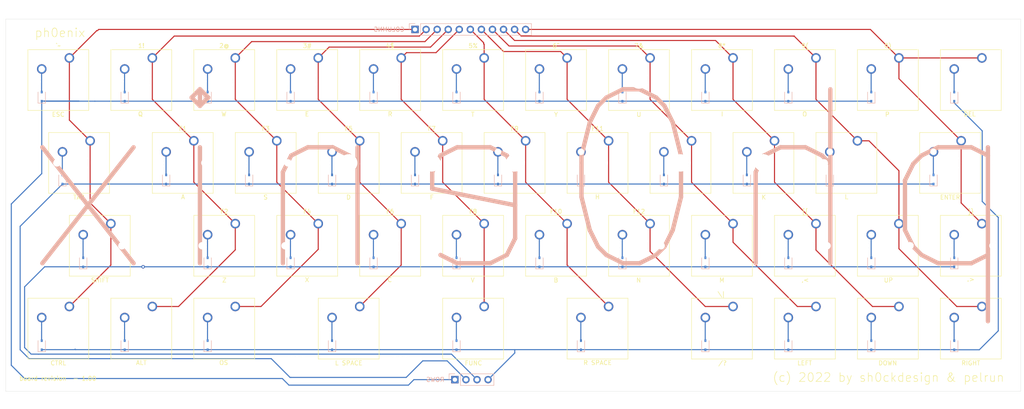
<source format=kicad_pcb>
(kicad_pcb (version 20211014) (generator pcbnew)
  (layers (0 "F.Cu" signal) (31 "B.Cu" signal) (34 "B.Paste" user) (35 "F.Paste" user) (36 "B.SilkS" user "B.Silkscreen") (37 "F.SilkS" user "F.Silkscreen") (38 "B.Mask" user) (39 "F.Mask" user) (44 "Edge.Cuts" user))
  (net 0 "")
  (net 1 "/Row_0")
  (net 2 "/Row_1")
  (net 3 "/Row_2")
  (net 4 "/Row_3")
  (net 5 "/Col_0")
  (net 6 "/Col_1")
  (net 7 "/Col_2")
  (net 8 "/Col_3")
  (net 9 "/Col_4")
  (net 10 "/Col_5")
  (net 11 "/Col_6")
  (net 12 "/Col_7")
  (net 13 "/Col_8")
  (net 14 "/Col_9")
  (net 15 "/Col_10")
  (net 16 "Net-(D0-Pad2)")
  (net 17 "Net-(D1-Pad2)")
  (net 18 "Net-(D2-Pad2)")
  (net 19 "Net-(D3-Pad2)")
  (net 20 "Net-(D4-Pad2)")
  (net 21 "Net-(D5-Pad2)")
  (net 22 "Net-(D6-Pad2)")
  (net 23 "Net-(D7-Pad2)")
  (net 24 "Net-(D8-Pad2)")
  (net 25 "Net-(D9-Pad2)")
  (net 26 "Net-(D10-Pad2)")
  (net 27 "Net-(D11-Pad2)")
  (net 28 "Net-(D12-Pad2)")
  (net 29 "Net-(D13-Pad2)")
  (net 30 "Net-(D14-Pad2)")
  (net 31 "Net-(D15-Pad2)")
  (net 32 "Net-(D16-Pad2)")
  (net 33 "Net-(D17-Pad2)")
  (net 34 "Net-(D18-Pad2)")
  (net 35 "Net-(D19-Pad2)")
  (net 36 "Net-(D20-Pad2)")
  (net 37 "Net-(D21-Pad2)")
  (net 38 "Net-(D22-Pad2)")
  (net 39 "Net-(D23-Pad2)")
  (net 40 "Net-(D24-Pad2)")
  (net 41 "Net-(D25-Pad2)")
  (net 42 "Net-(D26-Pad2)")
  (net 43 "Net-(D27-Pad2)")
  (net 44 "Net-(D28-Pad2)")
  (net 45 "Net-(D29-Pad2)")
  (net 46 "Net-(D30-Pad2)")
  (net 47 "Net-(D31-Pad2)")
  (net 48 "Net-(D32-Pad2)")
  (net 49 "Net-(D33-Pad2)")
  (net 50 "Net-(D34-Pad2)")
  (net 51 "Net-(D35-Pad2)")
  (net 52 "Net-(D36-Pad2)")
  (net 53 "Net-(D37-Pad2)")
  (net 54 "Net-(D38-Pad2)")
  (net 55 "Net-(D39-Pad2)")
  (net 56 "Net-(D40-Pad2)")
  (net 57 "Net-(D41-Pad2)")
  (net 58 "Net-(D42-Pad2)")
  (net 59 "Net-(D43-Pad2)")
  (footprint "Button_Switch_Keyboard:SW_Cherry_MX_1.00u_PCB" (layer "F.Cu") (at 109.855 119.84)
    (fp_text reference "`~")
    (fp_text value "KEYSW")
  )
  (footprint "MountingHole:MountingHole_3.2mm_M3_DIN965" (layer "F.Cu") (at 99.07 143.13)
    (fp_text reference "H2" hide)
    (fp_text value "MountingHole")
  )
  (footprint "MountingHole:MountingHole_3.2mm_M3_DIN965" (layer "F.Cu") (at 323.95 144.28)
    (fp_text reference "H1" hide)
    (fp_text value "MountingHole")
  )
  (footprint "Button_Switch_Keyboard:SW_Cherry_MX_1.00u_PCB" (layer "F.Cu") (at 128.905 119.84)
    (fp_text reference "1!")
    (fp_text value "KEYSW")
  )
  (footprint "Button_Switch_Keyboard:SW_Cherry_MX_1.00u_PCB" (layer "F.Cu") (at 319.405 119.84)
    (fp_text reference "DEL")
    (fp_text value "KEYSW")
  )
  (footprint "Button_Switch_Keyboard:SW_Cherry_MX_1.00u_PCB" (layer "F.Cu") (at 195.58 138.89)
    (fp_text reference "F7")
    (fp_text value "KEYSW")
  )
  (footprint "Button_Switch_Keyboard:SW_Cherry_MX_1.00u_PCB" (layer "F.Cu") (at 252.73 138.89)
    (fp_text reference "J")
    (fp_text value "KEYSW")
  )
  (footprint "Button_Switch_Keyboard:SW_Cherry_MX_1.00u_PCB" (layer "F.Cu") (at 300.355 157.94)
    (fp_text reference "UP")
    (fp_text value "KEYSW")
  )
  (footprint "Button_Switch_Keyboard:SW_Cherry_MX_1.00u_PCB" (layer "F.Cu") (at 300.355 119.84)
    (fp_text reference "0)")
    (fp_text value "KEYSW")
  )
  (footprint "Button_Switch_Keyboard:SW_Cherry_MX_1.00u_PCB" (layer "F.Cu") (at 186.055 119.84)
    (fp_text reference "4$")
    (fp_text value "KEYSW")
  )
  (footprint "Button_Switch_Keyboard:SW_Cherry_MX_1.00u_PCB" (layer "F.Cu") (at 262.255 157.94)
    (fp_text reference "M")
    (fp_text value "KEYSW")
  )
  (footprint "Button_Switch_Keyboard:SW_Cherry_MX_1.00u_PCB" (layer "F.Cu") (at 205.105 157.94)
    (fp_text reference "F8")
    (fp_text value "KEYSW")
  )
  (footprint "Button_Switch_Keyboard:SW_Cherry_MX_1.00u_PCB" (layer "F.Cu") (at 271.78 138.89)
    (fp_text reference "K")
    (fp_text value "KEYSW")
  )
  (footprint "Button_Switch_Keyboard:SW_Cherry_MX_2.00u_PCB" (layer "F.Cu") (at 233.68 176.99)
    (fp_text reference "R SPACE")
    (fp_text value "KEYSW")
  )
  (footprint "Button_Switch_Keyboard:SW_Cherry_MX_1.00u_PCB" (layer "F.Cu") (at 281.305 119.84)
    (fp_text reference "9(")
    (fp_text value "KEYSW")
  )
  (footprint "Button_Switch_Keyboard:SW_Cherry_MX_1.00u_PCB" (layer "F.Cu") (at 233.68 138.89)
    (fp_text reference "F11")
    (fp_text value "KEYSW")
  )
  (footprint "Button_Switch_Keyboard:SW_Cherry_MX_1.00u_PCB" (layer "F.Cu") (at 176.53 138.89)
    (fp_text reference "F5")
    (fp_text value "KEYSW")
  )
  (footprint "Button_Switch_Keyboard:SW_Cherry_MX_1.00u_PCB" (layer "F.Cu") (at 138.43 138.89)
    (fp_text reference "F1")
    (fp_text value "KEYSW")
  )
  (footprint "Button_Switch_Keyboard:SW_Cherry_MX_1.50u_PCB" (layer "F.Cu") (at 114.6175 138.89)
    (fp_text reference "TAB")
    (fp_text value "KEYSW")
  )
  (footprint "Button_Switch_Keyboard:SW_Cherry_MX_1.00u_PCB" (layer "F.Cu") (at 186.055 157.94)
    (fp_text reference "F6")
    (fp_text value "KEYSW")
  )
  (footprint "Button_Switch_Keyboard:SW_Cherry_MX_1.00u_PCB" (layer "F.Cu") (at 281.305 176.99)
    (fp_text reference "LEFT")
    (fp_text value "KEYSW")
  )
  (footprint "Button_Switch_Keyboard:SW_Cherry_MX_1.00u_PCB" (layer "F.Cu") (at 147.955 119.84)
    (fp_text reference "2@")
    (fp_text value "KEYSW")
  )
  (footprint "Button_Switch_Keyboard:SW_Cherry_MX_1.00u_PCB" (layer "F.Cu") (at 167.005 119.84)
    (fp_text reference "3#")
    (fp_text value "KEYSW")
  )
  (footprint "Button_Switch_Keyboard:SW_Cherry_MX_1.00u_PCB" (layer "F.Cu") (at 214.63 138.89)
    (fp_text reference "F9")
    (fp_text value "KEYSW")
  )
  (footprint "Button_Switch_Keyboard:SW_Cherry_MX_1.00u_PCB" (layer "F.Cu") (at 147.955 157.94)
    (fp_text reference "F2")
    (fp_text value "KEYSW")
  )
  (footprint "Button_Switch_Keyboard:SW_Cherry_MX_1.00u_PCB" (layer "F.Cu") (at 290.83 138.89)
    (fp_text reference "L")
    (fp_text value "KEYSW")
  )
  (footprint "Button_Switch_Keyboard:SW_Cherry_MX_1.00u_PCB" (layer "F.Cu") (at 157.48 138.89)
    (fp_text reference "F3")
    (fp_text value "KEYSW")
  )
  (footprint "Button_Switch_Keyboard:SW_Cherry_MX_2.00u_PCB" (layer "F.Cu") (at 119.38 157.94)
    (fp_text reference "SHIFT")
    (fp_text value "KEYSW")
  )
  (footprint "Button_Switch_Keyboard:SW_Cherry_MX_1.00u_PCB" (layer "F.Cu") (at 243.205 119.84)
    (fp_text reference "7&")
    (fp_text value "KEYSW")
  )
  (footprint "Button_Switch_Keyboard:SW_Cherry_MX_1.00u_PCB" (layer "F.Cu") (at 224.155 157.94)
    (fp_text reference "F10")
    (fp_text value "KEYSW")
  )
  (footprint "Button_Switch_Keyboard:SW_Cherry_MX_1.00u_PCB" (layer "F.Cu") (at 319.405 176.99)
    (fp_text reference "RIGHT")
    (fp_text value "KEYSW")
  )
  (footprint "Button_Switch_Keyboard:SW_Cherry_MX_1.00u_PCB" (layer "F.Cu") (at 262.255 119.84)
    (fp_text reference "8*")
    (fp_text value "KEYSW")
  )
  (footprint "Button_Switch_Keyboard:SW_Cherry_MX_1.00u_PCB" (layer "F.Cu") (at 319.405 157.94)
    (fp_text reference "]}")
    (fp_text value "KEYSW")
  )
  (footprint "Button_Switch_Keyboard:SW_Cherry_MX_1.00u_PCB" (layer "F.Cu") (at 205.105 119.84)
    (fp_text reference "5%")
    (fp_text value "KEYSW")
  )
  (footprint "Button_Switch_Keyboard:SW_Cherry_MX_1.00u_PCB" (layer "F.Cu") (at 167.005 157.94)
    (fp_text reference "F4")
    (fp_text value "KEYSW")
  )
  (footprint "Button_Switch_Keyboard:SW_Cherry_MX_1.00u_PCB" (layer "F.Cu") (at 147.955 176.99)
    (fp_text reference "OS")
    (fp_text value "KEYSW")
  )
  (footprint "Button_Switch_Keyboard:SW_Cherry_MX_1.50u_PCB" (layer "F.Cu") (at 314.6425 138.89)
    (fp_text reference "ENTER")
    (fp_text value "KEYSW")
  )
  (footprint "Button_Switch_Keyboard:SW_Cherry_MX_1.00u_PCB" (layer "F.Cu") (at 243.205 157.94)
    (fp_text reference "F12")
    (fp_text value "KEYSW")
  )
  (footprint "Button_Switch_Keyboard:SW_Cherry_MX_1.00u_PCB" (layer "F.Cu") (at 281.305 157.94)
    (fp_text reference "[{")
    (fp_text value "KEYSW")
  )
  (footprint "Button_Switch_Keyboard:SW_Cherry_MX_1.00u_PCB" (layer "F.Cu") (at 205.105 176.99)
    (fp_text reference "FUNC")
    (fp_text value "KEYSW")
  )
  (footprint "Button_Switch_Keyboard:SW_Cherry_MX_1.00u_PCB" (layer "F.Cu") (at 262.255 176.99)
    (fp_text reference "\\|")
    (fp_text value "KEYSW")
  )
  (footprint "Button_Switch_Keyboard:SW_Cherry_MX_1.00u_PCB" (layer "F.Cu") (at 300.355 176.99)
    (fp_text reference "DOWN")
    (fp_text value "KEYSW")
  )
  (footprint "Button_Switch_Keyboard:SW_Cherry_MX_1.00u_PCB" (layer "F.Cu") (at 109.855 176.99)
    (fp_text reference "CTRL")
    (fp_text value "KEYSW")
  )
  (footprint "Button_Switch_Keyboard:SW_Cherry_MX_2.00u_PCB" (layer "F.Cu") (at 176.53 176.99)
    (fp_text reference "L SPACE")
    (fp_text value "KEYSW")
  )
  (footprint "Button_Switch_Keyboard:SW_Cherry_MX_1.00u_PCB" (layer "F.Cu") (at 128.905 176.99)
    (fp_text reference "ALT")
    (fp_text value "KEYSW")
  )
  (footprint "Button_Switch_Keyboard:SW_Cherry_MX_1.00u_PCB" (layer "F.Cu") (at 224.155 119.84)
    (fp_text reference "6^")
    (fp_text value "KEYSW")
  )
  (footprint "Diode_SMD:D_SOD-323" (layer "B.Cu") (at 103.505 128.73 90)
    (fp_text reference locked "D0" hide)
    (fp_text value "D")
  )
  (footprint "Diode_SMD:D_SOD-323" (layer "B.Cu") (at 208.28 147.78 90)
    (fp_text reference "D17" hide)
    (fp_text value "D")
  )
  (footprint "Diode_SMD:D_SOD-323" (layer "B.Cu") (at 141.605 128.73 90)
    (fp_text reference "D2" hide)
    (fp_text value "D")
  )
  (footprint "Diode_SMD:D_SOD-323" (layer "B.Cu") (at 103.505 185.88 90)
    (fp_text reference locked "D34" hide)
    (fp_text value "D")
  )
  (footprint "Diode_SMD:D_SOD-323" (layer "B.Cu") (at 274.955 166.83 90)
    (fp_text reference "D31" hide)
    (fp_text value "D")
  )
  (footprint "Diode_SMD:D_SOD-323" (layer "B.Cu") (at 274.955 185.88 90)
    (fp_text reference "D41" hide)
    (fp_text value "D")
  )
  (footprint "Diode_SMD:D_SOD-323" (layer "B.Cu") (at 227.33 185.88 90)
    (fp_text reference "D39" hide)
    (fp_text value "D")
  )
  (footprint "Diode_SMD:D_SOD-323" (layer "B.Cu") (at 236.855 128.73 90)
    (fp_text reference "D7" hide)
    (fp_text value "D")
  )
  (footprint "Diode_SMD:D_SOD-323" (layer "B.Cu") (at 122.555 185.88 90)
    (fp_text reference "D35" hide)
    (fp_text value "D")
  )
  (footprint "Connector_PinHeader_2.54mm:PinHeader_1x04_P2.54mm_Vertical" (layer "B.Cu") (at 198.384 193.802 -90)
    (fp_text reference "ROWS")
    (fp_text value "Conn_01x04_Male")
  )
  (footprint "Diode_SMD:D_SOD-323" (layer "B.Cu") (at 198.755 166.83 90)
    (fp_text reference "D27" hide)
    (fp_text value "D")
  )
  (footprint "Diode_SMD:D_SOD-323" (layer "B.Cu") (at 284.48 147.78 90)
    (fp_text reference "D21" hide)
    (fp_text value "D")
  )
  (footprint "Diode_SMD:D_SOD-323" (layer "B.Cu") (at 227.33 147.78 90)
    (fp_text reference "D18" hide)
    (fp_text value "D")
  )
  (footprint "Diode_SMD:D_SOD-323" (layer "B.Cu") (at 255.905 185.88 90)
    (fp_text reference "D40" hide)
    (fp_text value "D")
  )
  (footprint "Diode_SMD:D_SOD-323" (layer "B.Cu") (at 313.055 166.83 90)
    (fp_text reference "D33" hide)
    (fp_text value "D")
  )
  (footprint "Diode_SMD:D_SOD-323" (layer "B.Cu") (at 170.18 185.88 90)
    (fp_text reference "D37" hide)
    (fp_text value "D")
  )
  (footprint "Diode_SMD:D_SOD-323" (layer "B.Cu") (at 294.005 166.83 90)
    (fp_text reference "D32" hide)
    (fp_text value "D")
  )
  (footprint "Diode_SMD:D_SOD-323" (layer "B.Cu") (at 198.755 128.73 90)
    (fp_text reference "D5" hide)
    (fp_text value "D")
  )
  (footprint "Diode_SMD:D_SOD-323" (layer "B.Cu") (at 217.805 128.73 90)
    (fp_text reference "D6" hide)
    (fp_text value "D")
  )
  (footprint "Diode_SMD:D_SOD-323" (layer "B.Cu") (at 236.855 166.83 90)
    (fp_text reference "D29" hide)
    (fp_text value "D")
  )
  (footprint "Diode_SMD:D_SOD-323" (layer "B.Cu") (at 255.905 128.73 90)
    (fp_text reference "D8" hide)
    (fp_text value "D")
  )
  (footprint "Connector_PinHeader_2.54mm:PinHeader_1x11_P2.54mm_Vertical" (layer "B.Cu") (at 189.23 113.284 -90)
    (fp_text reference "COLUMNS")
    (fp_text value "Conn_01x11_Male")
  )
  (footprint "Diode_SMD:D_SOD-323" (layer "B.Cu") (at 294.005 128.73 90)
    (fp_text reference "D10" hide)
    (fp_text value "D")
  )
  (footprint "Diode_SMD:D_SOD-323" (layer "B.Cu") (at 160.655 166.83 90)
    (fp_text reference "D25" hide)
    (fp_text value "D")
  )
  (footprint "Diode_SMD:D_SOD-323" (layer "B.Cu") (at 179.705 128.73 90)
    (fp_text reference "D4" hide)
    (fp_text value "D")
  )
  (footprint "Diode_SMD:D_SOD-323" (layer "B.Cu") (at 294.005 185.88 90)
    (fp_text reference "D42" hide)
    (fp_text value "D")
  )
  (footprint "Diode_SMD:D_SOD-323" (layer "B.Cu") (at 308.2925 147.78 90)
    (fp_text reference "D22" hide)
    (fp_text value "D")
  )
  (footprint "Diode_SMD:D_SOD-323" (layer "B.Cu") (at 108.2675 147.78 90)
    (fp_text reference "D12" hide)
    (fp_text value "D")
  )
  (footprint "Diode_SMD:D_SOD-323" (layer "B.Cu") (at 217.805 166.83 90)
    (fp_text reference "D28" hide)
    (fp_text value "D")
  )
  (footprint "Diode_SMD:D_SOD-323" (layer "B.Cu") (at 160.655 128.73 90)
    (fp_text reference "D3" hide)
    (fp_text value "D")
  )
  (footprint "Diode_SMD:D_SOD-323" (layer "B.Cu") (at 151.13 147.78 90)
    (fp_text reference "D14" hide)
    (fp_text value "D")
  )
  (footprint "Diode_SMD:D_SOD-323" (layer "B.Cu") (at 274.955 128.73 90)
    (fp_text reference "D9" hide)
    (fp_text value "D")
  )
  (footprint "Diode_SMD:D_SOD-323" (layer "B.Cu") (at 170.18 147.78 90)
    (fp_text reference "D15" hide)
    (fp_text value "D")
  )
  (footprint "Diode_SMD:D_SOD-323" (layer "B.Cu") (at 132.08 147.78 90)
    (fp_text reference "D13" hide)
    (fp_text value "D")
  )
  (footprint "Diode_SMD:D_SOD-323" (layer "B.Cu") (at 255.905 166.83 90)
    (fp_text reference "D30" hide)
    (fp_text value "D")
  )
  (footprint "Diode_SMD:D_SOD-323" (layer "B.Cu") (at 179.705 166.83 90)
    (fp_text reference "D26" hide)
    (fp_text value "D")
  )
  (footprint "Diode_SMD:D_SOD-323" (layer "B.Cu") (at 113.03 166.83 90)
    (fp_text reference "D23" hide)
    (fp_text value "D")
  )
  (footprint "Diode_SMD:D_SOD-323" (layer "B.Cu") (at 265.43 147.78 90)
    (fp_text reference "D20" hide)
    (fp_text value "D")
  )
  (footprint "Diode_SMD:D_SOD-323" (layer "B.Cu") (at 246.38 147.78 90)
    (fp_text reference "D19" hide)
    (fp_text value "D")
  )
  (footprint "Diode_SMD:D_SOD-323" (layer "B.Cu") (at 313.055 128.73 90)
    (fp_text reference "D11" hide)
    (fp_text value "D")
  )
  (footprint "Diode_SMD:D_SOD-323" (layer "B.Cu") (at 313.055 185.88 90)
    (fp_text reference "D43" hide)
    (fp_text value "D")
  )
  (footprint "Diode_SMD:D_SOD-323" (layer "B.Cu") (at 189.23 147.78 90)
    (fp_text reference "D16" hide)
    (fp_text value "D")
  )
  (footprint "Diode_SMD:D_SOD-323" (layer "B.Cu") (at 141.605 166.83 90)
    (fp_text reference "D24" hide)
    (fp_text value "D")
  )
  (footprint "Diode_SMD:D_SOD-323" (layer "B.Cu") (at 122.555 128.73 90)
    (fp_text reference "D1" hide)
    (fp_text value "D")
  )
  (footprint "Diode_SMD:D_SOD-323" (layer "B.Cu") (at 141.605 185.88 90)
    (fp_text reference "D36" hide)
    (fp_text value "D")
  )
  (footprint "Diode_SMD:D_SOD-323" (layer "B.Cu") (at 198.755 185.88 90)
    (fp_text reference "D38" hide)
    (fp_text value "D")
  )
  (gr_rect (start 95.22 110.89) (end 328.3 196.51) (layer "Edge.Cuts") (width 0.05) (fill none))
  (gr_text "ph0enix" (at 214.122 148.59) (layer "B.SilkS") (effects (font (size 40 40) (thickness 1)) (justify mirror)))
  (gr_text "board revision  - 1.00" (at 107.188 193.548) (layer "F.SilkS") (effects (font (size 1 1))))
  (gr_text "ESC" (at 107.3 132.83) (layer "F.SilkS") (effects (font (size 1 1))))
  (gr_text "G" (at 212.13 151.88) (layer "F.SilkS") (effects (font (size 1 1))))
  (gr_text "Q" (at 126.17 132.76) (layer "F.SilkS") (effects (font (size 1 1))))
  (gr_text "N" (at 240.57 170.94) (layer "F.SilkS") (effects (font (size 1 1))))
  (gr_text "Y" (at 221.61 132.85) (layer "F.SilkS") (effects (font (size 1 1))))
  (gr_text "B" (at 221.59 170.94) (layer "F.SilkS") (effects (font (size 1 1))))
  (gr_text "S" (at 154.91 151.88) (layer "F.SilkS") (effects (font (size 1 1))))
  (gr_text "H" (at 231.12 151.81) (layer "F.SilkS") (effects (font (size 1 1))))
  (gr_text ",<" (at 278.82 170.87) (layer "F.SilkS") (effects (font (size 1 1))))
  (gr_text "W" (at 145.34 132.76) (layer "F.SilkS") (effects (font (size 1 1))))
  (gr_text "A" (at 135.95 151.81) (layer "F.SilkS") (effects (font (size 1 1))))
  (gr_text "E" (at 164.42 132.76) (layer "F.SilkS") (effects (font (size 1 1))))
  (gr_text "ph0enix" (at 107.696 114.046) (layer "F.SilkS") (effects (font (size 2 2))))
  (gr_text "X" (at 164.43 170.87) (layer "F.SilkS") (effects (font (size 1 1))))
  (gr_text "T" (at 202.49 132.83) (layer "F.SilkS") (effects (font (size 1 1))))
  (gr_text "Z" (at 145.45 170.94) (layer "F.SilkS") (effects (font (size 1 1))))
  (gr_text "F" (at 193.08 151.88) (layer "F.SilkS") (effects (font (size 1 1))))
  (gr_text ".>" (at 316.86 170.73) (layer "F.SilkS") (effects (font (size 1 1))))
  (gr_text "U" (at 240.64 132.85) (layer "F.SilkS") (effects (font (size 1 1))))
  (gr_text "P" (at 297.69 132.83) (layer "F.SilkS") (effects (font (size 1 1))))
  (gr_text "(c) 2022 by sh0ckdesign & pelrun" (at 297.942 193.294) (layer "F.SilkS") (effects (font (size 2 2))))
  (gr_text "/?" (at 259.842 189.992) (layer "F.SilkS") (effects (font (size 1 1))))
  (gr_text "C" (at 183.42 170.87) (layer "F.SilkS") (effects (font (size 1 1))))
  (gr_text "V" (at 202.47 170.94) (layer "F.SilkS") (effects (font (size 1 1))))
  (gr_text "R" (at 183.51 132.76) (layer "F.SilkS") (effects (font (size 1 1))))
  (gr_text "I" (at 259.76 132.76) (layer "F.SilkS") (effects (font (size 1 1))))
  (gr_text "D" (at 173.96 151.88) (layer "F.SilkS") (effects (font (size 1 1))))
  (gr_text "O" (at 278.71 132.76) (layer "F.SilkS") (effects (font (size 1 1))))
  (segment (start 104.126 129.78) (end 104.101 129.755) (width 0.25) (layer "B.Cu") (net 1))
  (segment (start 198.384 193.802) (end 188.976 193.802) (width 0.25) (layer "B.Cu") (net 1))
  (segment (start 294.005 129.78) (end 115.7 129.78) (width 0.25) (layer "B.Cu") (net 1))
  (segment (start 115.7 129.78) (end 104.126 129.78) (width 0.25) (layer "B.Cu") (net 1))
  (segment (start 187.706 195.072) (end 160.274 195.072) (width 0.25) (layer "B.Cu") (net 1))
  (segment (start 103.505 146.431) (end 103.505 129.78) (width 0.25) (layer "B.Cu") (net 1))
  (segment (start 160.274 195.072) (end 158.75 193.548) (width 0.25) (layer "B.Cu") (net 1))
  (segment (start 96.52 190.5) (end 96.52 153.416) (width 0.25) (layer "B.Cu") (net 1))
  (segment (start 103.505 129.755) (end 104.101 129.755) (width 0.25) (layer "B.Cu") (net 1))
  (segment (start 188.976 193.802) (end 187.706 195.072) (width 0.25) (layer "B.Cu") (net 1))
  (segment (start 158.75 193.548) (end 99.568 193.548) (width 0.25) (layer "B.Cu") (net 1))
  (segment (start 104.101 129.755) (end 112.053 129.755) (width 0.25) (layer "B.Cu") (net 1))
  (segment (start 96.52 153.416) (end 103.505 146.431) (width 0.25) (layer "B.Cu") (net 1))
  (segment (start 99.568 193.548) (end 96.52 190.5) (width 0.25) (layer "B.Cu") (net 1))
  (segment (start 191.008 189.484) (end 187.198 193.294) (width 0.25) (layer "B.Cu") (net 2))
  (segment (start 208.28 148.83) (end 227.33 148.83) (width 0.25) (layer "B.Cu") (net 2))
  (segment (start 156.21 188.976) (end 160.528 193.294) (width 0.25) (layer "B.Cu") (net 2))
  (segment (start 98.552 186.944) (end 100.584 188.976) (width 0.25) (layer "B.Cu") (net 2))
  (segment (start 170.18 148.83) (end 189.23 148.83) (width 0.25) (layer "B.Cu") (net 2))
  (segment (start 151.13 148.83) (end 170.18 148.83) (width 0.25) (layer "B.Cu") (net 2))
  (segment (start 200.924 193.802) (end 196.606 189.484) (width 0.25) (layer "B.Cu") (net 2))
  (segment (start 189.23 148.83) (end 208.28 148.83) (width 0.25) (layer "B.Cu") (net 2))
  (segment (start 118.858 148.83) (end 151.13 148.83) (width 0.25) (layer "B.Cu") (net 2))
  (segment (start 108.2675 148.83) (end 118.858 148.83) (width 0.25) (layer "B.Cu") (net 2))
  (segment (start 246.38 148.83) (end 265.43 148.83) (width 0.25) (layer "B.Cu") (net 2))
  (segment (start 98.552 158.5455) (end 98.552 186.944) (width 0.25) (layer "B.Cu") (net 2))
  (segment (start 187.198 193.294) (end 160.782 193.294) (width 0.25) (layer "B.Cu") (net 2))
  (segment (start 196.606 189.484) (end 191.008 189.484) (width 0.25) (layer "B.Cu") (net 2))
  (segment (start 100.584 188.976) (end 156.21 188.976) (width 0.25) (layer "B.Cu") (net 2))
  (segment (start 160.528 193.294) (end 160.782 193.294) (width 0.25) (layer "B.Cu") (net 2))
  (segment (start 227.33 148.83) (end 246.38 148.83) (width 0.25) (layer "B.Cu") (net 2))
  (segment (start 284.48 148.83) (end 308.2925 148.83) (width 0.25) (layer "B.Cu") (net 2))
  (segment (start 108.2675 148.83) (end 98.552 158.5455) (width 0.25) (layer "B.Cu") (net 2))
  (segment (start 265.43 148.83) (end 284.48 148.83) (width 0.25) (layer "B.Cu") (net 2))
  (via (at 126.785 167.855) (size 0.8) (drill 0.4) (layers "F.Cu" "B.Cu") (net 3))
  (segment (start 197.597479 187.935479) (end 203.464 193.802) (width 0.25) (layer "B.Cu") (net 3))
  (segment (start 313.055 167.855) (end 104.179 167.855) (width 0.25) (layer "B.Cu") (net 3))
  (segment (start 102.640521 187.935479) (end 102.845479 187.935479) (width 0.25) (layer "B.Cu") (net 3))
  (segment (start 99.568 172.466) (end 99.568 186.436) (width 0.25) (layer "B.Cu") (net 3))
  (segment (start 102.845479 187.935479) (end 197.597479 187.935479) (width 0.25) (layer "B.Cu") (net 3))
  (segment (start 104.179 167.855) (end 99.568 172.466) (width 0.25) (layer "B.Cu") (net 3))
  (segment (start 99.568 186.436) (end 101.067479 187.935479) (width 0.25) (layer "B.Cu") (net 3))
  (segment (start 101.067479 187.935479) (end 102.845479 187.935479) (width 0.25) (layer "B.Cu") (net 3))
  (segment (start 111.291 186.905) (end 212.129 186.905) (width 0.25) (layer "B.Cu") (net 4))
  (segment (start 319.485 136.605) (end 313.055 130.175) (width 0.25) (layer "B.Cu") (net 4))
  (segment (start 212.129 187.677) (end 206.004 193.802) (width 0.25) (layer "B.Cu") (net 4))
  (segment (start 323.169521 182.577214) (end 323.169521 156.520479) (width 0.25) (layer "B.Cu") (net 4))
  (segment (start 319.485 152.835958) (end 323.169521 156.520479) (width 0.25) (layer "B.Cu") (net 4))
  (segment (start 212.129 186.905) (end 313.055 186.905) (width 0.25) (layer "B.Cu") (net 4))
  (segment (start 318.816735 186.93) (end 323.169521 182.577214) (width 0.25) (layer "B.Cu") (net 4))
  (segment (start 103.505 186.905) (end 111.291 186.905) (width 0.25) (layer "B.Cu") (net 4))
  (segment (start 313.055 186.93) (end 318.816735 186.93) (width 0.25) (layer "B.Cu") (net 4))
  (segment (start 111.170479 186.784479) (end 111.291 186.905) (width 0.25) (layer "B.Cu") (net 4))
  (segment (start 319.485 136.605) (end 319.485 152.835958) (width 0.25) (layer "B.Cu") (net 4))
  (segment (start 313.055 130.175) (end 313.055 129.78) (width 0.25) (layer "B.Cu") (net 4))
  (segment (start 212.129 186.905) (end 212.129 187.677) (width 0.25) (layer "B.Cu") (net 4))
  (segment (start 109.855 134.1275) (end 114.6175 138.89) (width 0.25) (layer "F.Cu") (net 5))
  (segment (start 114.6175 138.89) (end 114.6175 153.1775) (width 0.25) (layer "F.Cu") (net 5))
  (segment (start 114.6175 153.1775) (end 119.38 157.94) (width 0.25) (layer "F.Cu") (net 5))
  (segment (start 189.23 113.284) (end 116.586 113.284) (width 0.25) (layer "F.Cu") (net 5))
  (segment (start 116.332 113.538) (end 116.157 113.538) (width 0.25) (layer "F.Cu") (net 5))
  (segment (start 116.157 113.538) (end 109.855 119.84) (width 0.25) (layer "F.Cu") (net 5))
  (segment (start 119.38 167.465) (end 109.855 176.99) (width 0.25) (layer "F.Cu") (net 5))
  (segment (start 119.38 157.94) (end 119.38 167.465) (width 0.25) (layer "F.Cu") (net 5))
  (segment (start 109.855 119.84) (end 109.855 134.1275) (width 0.25) (layer "F.Cu") (net 5))
  (segment (start 116.586 113.284) (end 116.332 113.538) (width 0.25) (layer "F.Cu") (net 5))
  (segment (start 147.955 157.94) (end 147.955 163.957) (width 0.25) (layer "F.Cu") (net 6))
  (segment (start 128.905 119.84) (end 128.905 129.365) (width 0.25) (layer "F.Cu") (net 6))
  (segment (start 147.955 163.957) (end 134.922 176.99) (width 0.25) (layer "F.Cu") (net 6))
  (segment (start 133.937 114.808) (end 128.905 119.84) (width 0.25) (layer "F.Cu") (net 6))
  (segment (start 128.55 119.84) (end 128.905 119.84) (width 0.25) (layer "F.Cu") (net 6))
  (segment (start 190.246 114.808) (end 133.937 114.808) (width 0.25) (layer "F.Cu") (net 6))
  (segment (start 128.905 129.365) (end 138.43 138.89) (width 0.25) (layer "F.Cu") (net 6))
  (segment (start 191.77 113.284) (end 190.246 114.808) (width 0.25) (layer "F.Cu") (net 6))
  (segment (start 134.922 176.99) (end 128.905 176.99) (width 0.25) (layer "F.Cu") (net 6))
  (segment (start 138.43 138.89) (end 138.43 148.415) (width 0.25) (layer "F.Cu") (net 6))
  (segment (start 138.43 148.415) (end 147.955 157.94) (width 0.25) (layer "F.Cu") (net 6))
  (segment (start 167.005 157.94) (end 167.005 163.838081) (width 0.25) (layer "F.Cu") (net 7))
  (segment (start 191.516 116.078) (end 151.717 116.078) (width 0.25) (layer "F.Cu") (net 7))
  (segment (start 157.48 148.415) (end 167.005 157.94) (width 0.25) (layer "F.Cu") (net 7))
  (segment (start 151.717 116.078) (end 147.955 119.84) (width 0.25) (layer "F.Cu") (net 7))
  (segment (start 153.853081 176.99) (end 147.955 176.99) (width 0.25) (layer "F.Cu") (net 7))
  (segment (start 157.48 138.89) (end 157.48 148.415) (width 0.25) (layer "F.Cu") (net 7))
  (segment (start 147.955 119.84) (end 147.955 129.365) (width 0.25) (layer "F.Cu") (net 7))
  (segment (start 194.31 113.284) (end 191.516 116.078) (width 0.25) (layer "F.Cu") (net 7))
  (segment (start 147.955 129.365) (end 157.48 138.89) (width 0.25) (layer "F.Cu") (net 7))
  (segment (start 167.005 163.838081) (end 153.853081 176.99) (width 0.25) (layer "F.Cu") (net 7))
  (segment (start 176.53 148.415) (end 186.055 157.94) (width 0.25) (layer "F.Cu") (net 8))
  (segment (start 186.055 167.465) (end 176.53 176.99) (width 0.25) (layer "F.Cu") (net 8))
  (segment (start 167.005 119.84) (end 167.005 129.365) (width 0.25) (layer "F.Cu") (net 8))
  (segment (start 169.497 117.348) (end 167.005 119.84) (width 0.25) (layer "F.Cu") (net 8))
  (segment (start 186.055 157.94) (end 186.055 167.465) (width 0.25) (layer "F.Cu") (net 8))
  (segment (start 176.53 138.89) (end 176.53 148.415) (width 0.25) (layer "F.Cu") (net 8))
  (segment (start 167.005 129.365) (end 176.53 138.89) (width 0.25) (layer "F.Cu") (net 8))
  (segment (start 192.786 117.348) (end 169.497 117.348) (width 0.25) (layer "F.Cu") (net 8))
  (segment (start 196.85 113.284) (end 192.786 117.348) (width 0.25) (layer "F.Cu") (net 8))
  (segment (start 194.056 118.618) (end 187.277 118.618) (width 0.25) (layer "F.Cu") (net 9))
  (segment (start 186.055 119.84) (end 186.055 129.365) (width 0.25) (layer "F.Cu") (net 9))
  (segment (start 199.39 113.284) (end 194.056 118.618) (width 0.25) (layer "F.Cu") (net 9))
  (segment (start 186.055 129.365) (end 195.58 138.89) (width 0.25) (layer "F.Cu") (net 9))
  (segment (start 195.58 148.415) (end 205.105 157.94) (width 0.25) (layer "F.Cu") (net 9))
  (segment (start 205.105 157.94) (end 205.105 176.99) (width 0.25) (layer "F.Cu") (net 9))
  (segment (start 187.277 118.618) (end 186.055 119.84) (width 0.25) (layer "F.Cu") (net 9))
  (segment (start 195.58 138.89) (end 195.58 148.415) (width 0.25) (layer "F.Cu") (net 9))
  (segment (start 224.155 157.94) (end 224.155 167.465) (width 0.25) (layer "F.Cu") (net 10))
  (segment (start 214.63 138.89) (end 214.63 148.415) (width 0.25) (layer "F.Cu") (net 10))
  (segment (start 204.978 116.332) (end 204.978 116.586) (width 0.25) (layer "F.Cu") (net 10))
  (segment (start 204.978 116.586) (end 205.105 116.713) (width 0.25) (layer "F.Cu") (net 10))
  (segment (start 205.105 116.713) (end 205.105 119.84) (width 0.25) (layer "F.Cu") (net 10))
  (segment (start 201.93 113.284) (end 204.978 116.332) (width 0.25) (layer "F.Cu") (net 10))
  (segment (start 205.105 129.365) (end 214.63 138.89) (width 0.25) (layer "F.Cu") (net 10))
  (segment (start 205.105 119.84) (end 205.105 129.365) (width 0.25) (layer "F.Cu") (net 10))
  (segment (start 214.63 148.415) (end 224.155 157.94) (width 0.25) (layer "F.Cu") (net 10))
  (segment (start 224.155 167.465) (end 233.68 176.99) (width 0.25) (layer "F.Cu") (net 10))
  (segment (start 204.47 113.284) (end 209.55 118.364) (width 0.25) (layer "F.Cu") (net 11))
  (segment (start 224.155 119.84) (end 224.155 129.365) (width 0.25) (layer "F.Cu") (net 11))
  (segment (start 243.205 157.94) (end 243.205 164.3182) (width 0.25) (layer "F.Cu") (net 11))
  (segment (start 233.68 148.415) (end 243.205 157.94) (width 0.25) (layer "F.Cu") (net 11))
  (segment (start 243.205 164.3182) (end 255.8768 176.99) (width 0.25) (layer "F.Cu") (net 11))
  (segment (start 209.55 118.364) (end 222.679 118.364) (width 0.25) (layer "F.Cu") (net 11))
  (segment (start 224.155 129.365) (end 233.68 138.89) (width 0.25) (layer "F.Cu") (net 11))
  (segment (start 255.8768 176.99) (end 262.255 176.99) (width 0.25) (layer "F.Cu") (net 11))
  (segment (start 222.679 118.364) (end 224.155 119.84) (width 0.25) (layer "F.Cu") (net 11))
  (segment (start 233.68 138.89) (end 233.68 148.415) (width 0.25) (layer "F.Cu") (net 11))
  (segment (start 240.459 117.094) (end 243.205 119.84) (width 0.25) (layer "F.Cu") (net 12))
  (segment (start 252.73 138.89) (end 252.73 148.415) (width 0.25) (layer "F.Cu") (net 12))
  (segment (start 252.73 148.415) (end 262.255 157.94) (width 0.25) (layer "F.Cu") (net 12))
  (segment (start 262.255 157.94) (end 262.255 162.211735) (width 0.25) (layer "F.Cu") (net 12))
  (segment (start 243.205 129.365) (end 252.73 138.89) (width 0.25) (layer "F.Cu") (net 12))
  (segment (start 243.205 119.84) (end 243.205 129.365) (width 0.25) (layer "F.Cu") (net 12))
  (segment (start 262.255 162.211735) (end 277.033265 176.99) (width 0.25) (layer "F.Cu") (net 12))
  (segment (start 210.82 117.094) (end 240.459 117.094) (width 0.25) (layer "F.Cu") (net 12))
  (segment (start 277.033265 176.99) (end 281.305 176.99) (width 0.25) (layer "F.Cu") (net 12))
  (segment (start 207.01 113.284) (end 210.82 117.094) (width 0.25) (layer "F.Cu") (net 12))
  (segment (start 258.239 115.824) (end 262.255 119.84) (width 0.25) (layer "F.Cu") (net 13))
  (segment (start 294.2872 176.99) (end 300.355 176.99) (width 0.25) (layer "F.Cu") (net 13))
  (segment (start 212.09 115.824) (end 258.239 115.824) (width 0.25) (layer "F.Cu") (net 13))
  (segment (start 262.255 129.365) (end 271.78 138.89) (width 0.25) (layer "F.Cu") (net 13))
  (segment (start 271.78 138.89) (end 271.78 148.415) (width 0.25) (layer "F.Cu") (net 13))
  (segment (start 209.55 113.284) (end 212.09 115.824) (width 0.25) (layer "F.Cu") (net 13))
  (segment (start 262.255 119.84) (end 262.255 129.365) (width 0.25) (layer "F.Cu") (net 13))
  (segment (start 271.78 148.415) (end 281.305 157.94) (width 0.25) (layer "F.Cu") (net 13))
  (segment (start 281.305 157.94) (end 281.305 164.0078) (width 0.25) (layer "F.Cu") (net 13))
  (segment (start 281.305 164.0078) (end 294.2872 176.99) (width 0.25) (layer "F.Cu") (net 13))
  (segment (start 300.355 157.94) (end 300.355 163.703) (width 0.25) (layer "F.Cu") (net 14))
  (segment (start 276.273 114.808) (end 276.098 114.808) (width 0.25) (layer "F.Cu") (net 14))
  (segment (start 212.09 113.284) (end 213.614 114.808) (width 0.25) (layer "F.Cu") (net 14))
  (segment (start 300.355 157.94) (end 300.355 145.775) (width 0.25) (layer "F.Cu") (net 14))
  (segment (start 300.355 163.703) (end 313.642 176.99) (width 0.25) (layer "F.Cu") (net 14))
  (segment (start 313.642 176.99) (end 319.405 176.99) (width 0.25) (layer "F.Cu") (net 14))
  (segment (start 213.614 114.808) (end 276.098 114.808) (width 0.25) (layer "F.Cu") (net 14))
  (segment (start 281.305 119.84) (end 276.273 114.808) (width 0.25) (layer "F.Cu") (net 14))
  (segment (start 281.305 129.365) (end 290.83 138.89) (width 0.25) (layer "F.Cu") (net 14))
  (segment (start 300.355 145.775) (end 293.47 138.89) (width 0.25) (layer "F.Cu") (net 14))
  (segment (start 293.47 138.89) (end 290.83 138.89) (width 0.25) (layer "F.Cu") (net 14))
  (segment (start 276.098 114.808) (end 276.352 114.808) (width 0.25) (layer "F.Cu") (net 14))
  (segment (start 281.305 119.84) (end 281.305 129.365) (width 0.25) (layer "F.Cu") (net 14))
  (segment (start 290.83 138.89) (end 290.878 138.89) (width 0.25) (layer "B.Cu") (net 14))
  (segment (start 314.6425 138.89) (end 314.6425 153.1775) (width 0.25) (layer "F.Cu") (net 15))
  (segment (start 300.355 119.84) (end 319.405 119.84) (width 0.25) (layer "F.Cu") (net 15))
  (segment (start 300.355 119.84) (end 300.355 124.6025) (width 0.25) (layer "F.Cu") (net 15))
  (segment (start 293.799 113.284) (end 300.355 119.84) (width 0.25) (layer "F.Cu") (net 15))
  (segment (start 300.355 124.6025) (end 314.6425 138.89) (width 0.25) (layer "F.Cu") (net 15))
  (segment (start 214.63 113.284) (end 293.799 113.284) (width 0.25) (layer "F.Cu") (net 15))
  (segment (start 314.6425 153.1775) (end 319.405 157.94) (width 0.25) (layer "F.Cu") (net 15))
  (segment (start 103.475 122.38) (end 103.475 127.61) (width 0.25) (layer "B.Cu") (net 16))
  (segment (start 122.525 122.38) (end 122.525 127.61) (width 0.25) (layer "B.Cu") (net 17))
  (segment (start 141.575 122.38) (end 141.575 127.61) (width 0.25) (layer "B.Cu") (net 18))
  (segment (start 160.625 122.38) (end 160.625 127.61) (width 0.25) (layer "B.Cu") (net 19))
  (segment (start 179.675 122.38) (end 179.675 127.61) (width 0.25) (layer "B.Cu") (net 20))
  (segment (start 198.725 122.38) (end 198.725 127.61) (width 0.25) (layer "B.Cu") (net 21))
  (segment (start 217.775 122.38) (end 217.775 127.61) (width 0.25) (layer "B.Cu") (net 22))
  (segment (start 236.825 122.38) (end 236.825 127.61) (width 0.25) (layer "B.Cu") (net 23))
  (segment (start 255.875 122.38) (end 255.875 127.61) (width 0.25) (layer "B.Cu") (net 24))
  (segment (start 274.925 122.38) (end 274.925 127.61) (width 0.25) (layer "B.Cu") (net 25))
  (segment (start 293.975 122.38) (end 293.975 127.61) (width 0.25) (layer "B.Cu") (net 26))
  (segment (start 313.025 122.38) (end 313.025 127.61) (width 0.25) (layer "B.Cu") (net 27))
  (segment (start 108.2375 141.43) (end 108.2375 146.66) (width 0.25) (layer "B.Cu") (net 28))
  (segment (start 132.05 141.43) (end 132.05 146.66) (width 0.25) (layer "B.Cu") (net 29))
  (segment (start 151.1 141.43) (end 151.1 146.66) (width 0.25) (layer "B.Cu") (net 30))
  (segment (start 170.15 141.43) (end 170.15 146.66) (width 0.25) (layer "B.Cu") (net 31))
  (segment (start 189.2 141.43) (end 189.2 146.66) (width 0.25) (layer "B.Cu") (net 32))
  (segment (start 208.25 141.43) (end 208.25 146.66) (width 0.25) (layer "B.Cu") (net 33))
  (segment (start 227.3 141.43) (end 227.3 146.66) (width 0.25) (layer "B.Cu") (net 34))
  (segment (start 246.35 141.43) (end 246.35 146.66) (width 0.25) (layer "B.Cu") (net 35))
  (segment (start 265.4 141.43) (end 265.4 146.66) (width 0.25) (layer "B.Cu") (net 36))
  (segment (start 284.45 141.43) (end 284.45 146.66) (width 0.25) (layer "B.Cu") (net 37))
  (segment (start 308.2625 141.43) (end 308.2625 146.66) (width 0.25) (layer "B.Cu") (net 38))
  (segment (start 113 160.48) (end 113 165.71) (width 0.25) (layer "B.Cu") (net 39))
  (segment (start 141.575 160.48) (end 141.575 165.71) (width 0.25) (layer "B.Cu") (net 40))
  (segment (start 160.625 160.48) (end 160.625 165.71) (width 0.25) (layer "B.Cu") (net 41))
  (segment (start 179.675 160.48) (end 179.675 165.71) (width 0.25) (layer "B.Cu") (net 42))
  (segment (start 198.725 160.48) (end 198.725 165.71) (width 0.25) (layer "B.Cu") (net 43))
  (segment (start 217.775 160.48) (end 217.775 165.71) (width 0.25) (layer "B.Cu") (net 44))
  (segment (start 236.825 160.48) (end 236.825 165.71) (width 0.25) (layer "B.Cu") (net 45))
  (segment (start 255.875 160.48) (end 255.875 165.71) (width 0.25) (layer "B.Cu") (net 46))
  (segment (start 274.925 160.48) (end 274.925 165.71) (width 0.25) (layer "B.Cu") (net 47))
  (segment (start 293.975 160.48) (end 293.975 165.71) (width 0.25) (layer "B.Cu") (net 48))
  (segment (start 313.025 160.48) (end 313.025 165.71) (width 0.25) (layer "B.Cu") (net 49))
  (segment (start 103.475 179.53) (end 103.475 184.76) (width 0.25) (layer "B.Cu") (net 50))
  (segment (start 122.525 179.53) (end 122.525 184.76) (width 0.25) (layer "B.Cu") (net 51))
  (segment (start 141.575 179.53) (end 141.575 184.76) (width 0.25) (layer "B.Cu") (net 52))
  (segment (start 170.15 179.53) (end 170.15 184.76) (width 0.25) (layer "B.Cu") (net 53))
  (segment (start 198.725 179.53) (end 198.725 184.76) (width 0.25) (layer "B.Cu") (net 54))
  (segment (start 227.3 179.53) (end 227.3 184.76) (width 0.25) (layer "B.Cu") (net 55))
  (segment (start 255.875 179.53) (end 255.875 184.76) (width 0.25) (layer "B.Cu") (net 56))
  (segment (start 274.925 179.53) (end 274.925 184.76) (width 0.25) (layer "B.Cu") (net 57))
  (segment (start 293.975 179.53) (end 293.975 184.76) (width 0.25) (layer "B.Cu") (net 58))
  (segment (start 313.025 179.53) (end 313.025 184.76) (width 0.25) (layer "B.Cu") (net 59))
)
</source>
